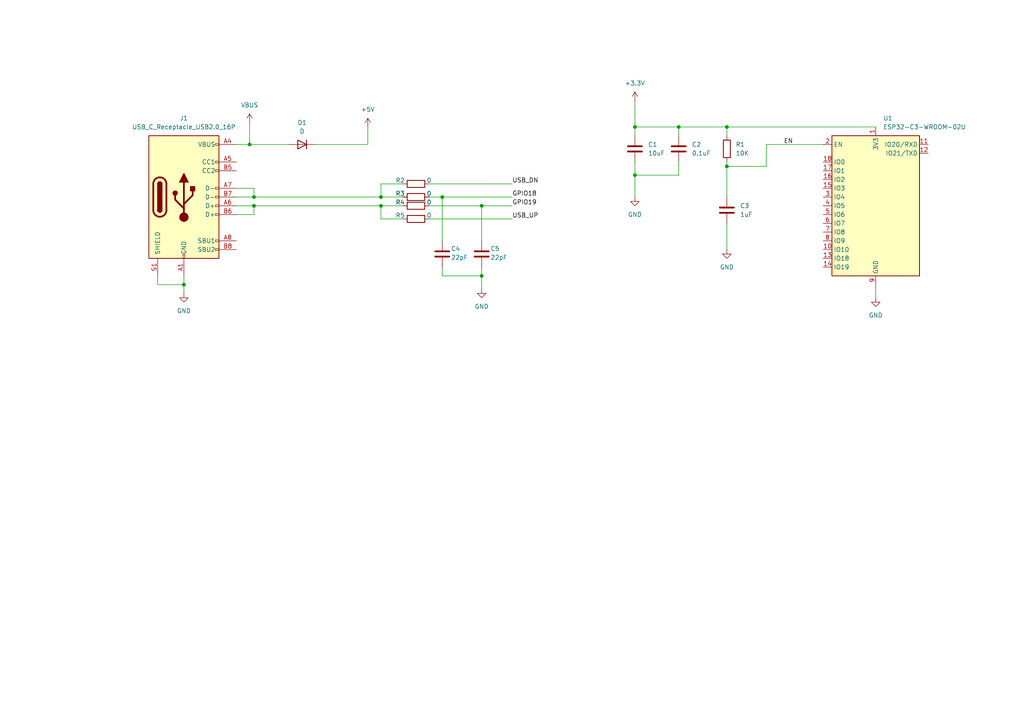
<source format=kicad_sch>
(kicad_sch (version 20250114) (generator "eeschema") (generator_version "9.0")
  (paper "A4")
  (lib_symbols
    (symbol "Connector:USB_C_Receptacle_USB2.0_16P" (pin_names (offset 1.016))
      (property "Reference" "J" (at 0 22.225 0))
      (property "Value" "USB_C_Receptacle_USB2.0_16P" (at 0 19.685 0))
      (symbol "USB_C_Receptacle_USB2.0_16P_0_0"
        (rectangle (start -0.254 -17.78) (end 0.254 -16.764))
        (rectangle (start 10.16 15.494) (end 9.144 14.986))
        (rectangle (start 10.16 10.414) (end 9.144 9.906))
        (rectangle (start 10.16 7.874) (end 9.144 7.366))
        (rectangle (start 10.16 2.794) (end 9.144 2.286))
        (rectangle (start 10.16 0.254) (end 9.144 -0.254))
        (rectangle (start 10.16 -2.286) (end 9.144 -2.794))
        (rectangle (start 10.16 -4.826) (end 9.144 -5.334))
        (rectangle (start 10.16 -12.446) (end 9.144 -12.954))
        (rectangle (start 10.16 -14.986) (end 9.144 -15.494))
      )
      (symbol "USB_C_Receptacle_USB2.0_16P_0_1"
        (rectangle (start -10.16 17.78) (end 10.16 -17.78) (stroke (width 0.254)) (fill (type background)))
        (polyline (pts (xy -8.89 -3.81) (xy -8.89 3.81)) (stroke (width 0.508)))
        (rectangle (start -7.62 -3.81) (end -6.35 3.81) (stroke (width 0.254)) (fill (type outline)))
        (arc (start -7.62 3.81) (mid -6.985 4.4423) (end -6.35 3.81) (stroke (width 0.254)))
        (arc (start -7.62 3.81) (mid -6.985 4.4423) (end -6.35 3.81) (stroke (width 0.254)) (fill (type outline)))
        (arc (start -8.89 3.81) (mid -6.985 5.7067) (end -5.08 3.81) (stroke (width 0.508)))
        (arc (start -5.08 -3.81) (mid -6.985 -5.7067) (end -8.89 -3.81) (stroke (width 0.508)))
        (arc (start -6.35 -3.81) (mid -6.985 -4.4423) (end -7.62 -3.81) (stroke (width 0.254)))
        (arc (start -6.35 -3.81) (mid -6.985 -4.4423) (end -7.62 -3.81) (stroke (width 0.254)) (fill (type outline)))
        (polyline (pts (xy -5.08 3.81) (xy -5.08 -3.81)) (stroke (width 0.508)))
        (circle (center -2.54 1.143) (radius 0.635) (stroke (width 0.254)) (fill (type outline)))
        (polyline (pts (xy -1.27 4.318) (xy 0 6.858) (xy 1.27 4.318) (xy -1.27 4.318)) (stroke (width 0.254)) (fill (type outline)))
        (polyline (pts (xy 0 -2.032) (xy 2.54 0.508) (xy 2.54 1.778)) (stroke (width 0.508)))
        (polyline (pts (xy 0 -3.302) (xy -2.54 -0.762) (xy -2.54 0.508)) (stroke (width 0.508)))
        (polyline (pts (xy 0 -5.842) (xy 0 4.318)) (stroke (width 0.508)))
        (circle (center 0 -5.842) (radius 1.27) (fill (type outline)))
        (rectangle (start 1.905 1.778) (end 3.175 3.048) (stroke (width 0.254)) (fill (type outline)))
      )
      (symbol "USB_C_Receptacle_USB2.0_16P_1_1"
        (pin passive line (at -7.62 -22.86 90) (length 5.08) (name "SHIELD") (number "S1"))
        (pin passive line (at 0 -22.86 90) (length 5.08) (name "GND") (number "A1"))
        (pin passive line (at 0 -22.86 90) (length 5.08) (hide yes) (name "GND") (number "A12"))
        (pin passive line (at 0 -22.86 90) (length 5.08) (hide yes) (name "GND") (number "B1"))
        (pin passive line (at 0 -22.86 90) (length 5.08) (hide yes) (name "GND") (number "B12"))
        (pin passive line (at 15.24 15.24 180) (length 5.08) (name "VBUS") (number "A4"))
        (pin passive line (at 15.24 15.24 180) (length 5.08) (hide yes) (name "VBUS") (number "A9"))
        (pin passive line (at 15.24 15.24 180) (length 5.08) (hide yes) (name "VBUS") (number "B4"))
        (pin passive line (at 15.24 15.24 180) (length 5.08) (hide yes) (name "VBUS") (number "B9"))
        (pin bidirectional line (at 15.24 10.16 180) (length 5.08) (name "CC1") (number "A5"))
        (pin bidirectional line (at 15.24 7.62 180) (length 5.08) (name "CC2") (number "B5"))
        (pin bidirectional line (at 15.24 2.54 180) (length 5.08) (name "D-") (number "A7"))
        (pin bidirectional line (at 15.24 0 180) (length 5.08) (name "D-") (number "B7"))
        (pin bidirectional line (at 15.24 -2.54 180) (length 5.08) (name "D+") (number "A6"))
        (pin bidirectional line (at 15.24 -5.08 180) (length 5.08) (name "D+") (number "B6"))
        (pin bidirectional line (at 15.24 -12.7 180) (length 5.08) (name "SBU1") (number "A8"))
        (pin bidirectional line (at 15.24 -15.24 180) (length 5.08) (name "SBU2") (number "B8"))
      )
    )
    (symbol "Device:C" (pin_numbers (hide yes)) (pin_names (offset 0.254))
      (property "Reference" "C" (at 0.635 2.54 0))
      (property "Value" "C" (at 0.635 -2.54 0))
      (symbol "C_0_1"
        (polyline (pts (xy -2.032 0.762) (xy 2.032 0.762)) (stroke (width 0.508)))
        (polyline (pts (xy -2.032 -0.762) (xy 2.032 -0.762)) (stroke (width 0.508)))
      )
      (symbol "C_1_1"
        (pin passive line (at 0 3.81 270) (length 2.794) (name "~") (number "1"))
        (pin passive line (at 0 -3.81 90) (length 2.794) (name "~") (number "2"))
      )
    )
    (symbol "Device:D" (pin_numbers (hide yes)) (pin_names (offset 1.016) (hide yes))
      (property "Reference" "D" (at 0 2.54 0))
      (property "Value" "D" (at 0 -2.54 0))
      (symbol "D_0_1"
        (polyline (pts (xy -1.27 1.27) (xy -1.27 -1.27)) (stroke (width 0.254)))
        (polyline (pts (xy 1.27 1.27) (xy 1.27 -1.27) (xy -1.27 0) (xy 1.27 1.27)) (stroke (width 0.254)))
        (polyline (pts (xy 1.27 0) (xy -1.27 0)))
      )
      (symbol "D_1_1"
        (pin passive line (at -3.81 0 0) (length 2.54) (name "K") (number "1"))
        (pin passive line (at 3.81 0 180) (length 2.54) (name "A") (number "2"))
      )
    )
    (symbol "Device:R" (pin_numbers (hide yes)) (pin_names (offset 0))
      (property "Reference" "R" (at 2.032 0 90))
      (property "Value" "R" (at 0 0 90))
      (symbol "R_0_1"
        (rectangle (start -1.016 -2.54) (end 1.016 2.54) (stroke (width 0.254)))
      )
      (symbol "R_1_1"
        (pin passive line (at 0 3.81 270) (length 1.27) (name "~") (number "1"))
        (pin passive line (at 0 -3.81 90) (length 1.27) (name "~") (number "2"))
      )
    )
    (symbol "RF_Module:ESP32-C3-WROOM-02U"
      (property "Reference" "U" (at -12.192 21.336 0))
      (property "Value" "ESP32-C3-WROOM-02U" (at 12.7 21.336 0))
      (symbol "ESP32-C3-WROOM-02U_1_1"
        (rectangle (start -12.7 20.32) (end 12.7 -20.32) (stroke (width 0.254)) (fill (type background)))
        (pin input line (at -15.24 17.78 0) (length 2.54) (name "EN") (number "2"))
        (pin bidirectional line (at -15.24 12.7 0) (length 2.54) (name "IO0") (number "18"))
        (pin bidirectional line (at -15.24 10.16 0) (length 2.54) (name "IO1") (number "17"))
        (pin bidirectional line (at -15.24 7.62 0) (length 2.54) (name "IO2") (number "16"))
        (pin bidirectional line (at -15.24 5.08 0) (length 2.54) (name "IO3") (number "15"))
        (pin bidirectional line (at -15.24 2.54 0) (length 2.54) (name "IO4") (number "3"))
        (pin bidirectional line (at -15.24 0 0) (length 2.54) (name "IO5") (number "4"))
        (pin bidirectional line (at -15.24 -2.54 0) (length 2.54) (name "IO6") (number "5"))
        (pin bidirectional line (at -15.24 -5.08 0) (length 2.54) (name "IO7") (number "6"))
        (pin bidirectional line (at -15.24 -7.62 0) (length 2.54) (name "IO8") (number "7"))
        (pin bidirectional line (at -15.24 -10.16 0) (length 2.54) (name "IO9") (number "8"))
        (pin bidirectional line (at -15.24 -12.7 0) (length 2.54) (name "IO10") (number "10"))
        (pin bidirectional line (at -15.24 -15.24 0) (length 2.54) (name "IO18") (number "13"))
        (pin bidirectional line (at -15.24 -17.78 0) (length 2.54) (name "IO19") (number "14"))
        (pin power_in line (at 0 22.86 270) (length 2.54) (name "3V3") (number "1"))
        (pin passive line (at 0 -22.86 90) (length 2.54) (hide yes) (name "GND") (number "19"))
        (pin power_in line (at 0 -22.86 90) (length 2.54) (name "GND") (number "9"))
        (pin bidirectional line (at 15.24 17.78 180) (length 2.54) (name "IO20/RXD") (number "11"))
        (pin bidirectional line (at 15.24 15.24 180) (length 2.54) (name "IO21/TXD") (number "12"))
      )
    )
    (symbol "power:+3.3V" (power) (pin_numbers (hide yes)) (pin_names (offset 0) (hide yes))
      (property "Value" "+3.3V" (at 0 3.556 0))
      (symbol "+3.3V_0_1"
        (polyline (pts (xy -0.762 1.27) (xy 0 2.54)))
        (polyline (pts (xy 0 2.54) (xy 0.762 1.27)))
        (polyline (pts (xy 0 0) (xy 0 2.54)))
      )
      (symbol "+3.3V_1_1"
        (pin power_in line (at 0 0 90) (length 0) (name "~") (number "1"))
      )
    )
    (symbol "power:+5V" (power) (pin_numbers (hide yes)) (pin_names (offset 0) (hide yes))
      (property "Value" "+5V" (at 0 3.556 0))
      (symbol "+5V_0_1"
        (polyline (pts (xy -0.762 1.27) (xy 0 2.54)))
        (polyline (pts (xy 0 2.54) (xy 0.762 1.27)))
        (polyline (pts (xy 0 0) (xy 0 2.54)))
      )
      (symbol "+5V_1_1"
        (pin power_in line (at 0 0 90) (length 0) (name "~") (number "1"))
      )
    )
    (symbol "power:GND" (power) (pin_numbers (hide yes)) (pin_names (offset 0) (hide yes))
      (property "Value" "GND" (at 0 -3.81 0))
      (symbol "GND_0_1"
        (polyline (pts (xy 0 0) (xy 0 -1.27) (xy 1.27 -1.27) (xy 0 -2.54) (xy -1.27 -1.27) (xy 0 -1.27)))
      )
      (symbol "GND_1_1"
        (pin power_in line (at 0 0 270) (length 0) (name "~") (number "1"))
      )
    )
    (symbol "power:VBUS" (power) (pin_numbers (hide yes)) (pin_names (offset 0) (hide yes))
      (property "Value" "VBUS" (at 0 3.556 0))
      (symbol "VBUS_0_1"
        (polyline (pts (xy -0.762 1.27) (xy 0 2.54)))
        (polyline (pts (xy 0 2.54) (xy 0.762 1.27)))
        (polyline (pts (xy 0 0) (xy 0 2.54)))
      )
      (symbol "VBUS_1_1"
        (pin power_in line (at 0 0 90) (length 0) (name "~") (number "1"))
      )
    )
  )
  (junction (at 128.27 57.15))
  (junction (at 139.7 80.01))
  (junction (at 210.82 36.83))
  (junction (at 72.39 41.91))
  (junction (at 196.85 36.83))
  (junction (at 53.34 82.55))
  (junction (at 184.15 50.8))
  (junction (at 110.49 59.69))
  (junction (at 110.49 57.15))
  (junction (at 73.66 57.15))
  (junction (at 73.66 59.69))
  (junction (at 139.7 59.69))
  (junction (at 184.15 36.83))
  (junction (at 210.82 48.26))
  (wire (pts (xy 210.82 48.26) (xy 210.82 57.15)))
  (wire (pts (xy 139.7 59.69) (xy 148.59 59.69)))
  (wire (pts (xy 68.58 41.91) (xy 72.39 41.91)))
  (wire (pts (xy 128.27 57.15) (xy 148.59 57.15)))
  (wire (pts (xy 254 82.55) (xy 254 86.36)))
  (wire (pts (xy 139.7 77.47) (xy 139.7 80.01)))
  (wire (pts (xy 45.72 82.55) (xy 45.72 80.01)))
  (wire (pts (xy 116.84 53.34) (xy 110.49 53.34)))
  (wire (pts (xy 68.58 62.23) (xy 73.66 62.23)))
  (wire (pts (xy 128.27 77.47) (xy 128.27 80.01)))
  (wire (pts (xy 45.72 82.55) (xy 53.34 82.55)))
  (wire (pts (xy 73.66 62.23) (xy 73.66 59.69)))
  (wire (pts (xy 128.27 80.01) (xy 139.7 80.01)))
  (wire (pts (xy 210.82 72.39) (xy 210.82 64.77)))
  (wire (pts (xy 110.49 57.15) (xy 116.84 57.15)))
  (wire (pts (xy 210.82 36.83) (xy 210.82 39.37)))
  (wire (pts (xy 73.66 59.69) (xy 110.49 59.69)))
  (wire (pts (xy 222.25 41.91) (xy 238.76 41.91)))
  (wire (pts (xy 184.15 50.8) (xy 184.15 57.15)))
  (wire (pts (xy 53.34 80.01) (xy 53.34 82.55)))
  (wire (pts (xy 222.25 48.26) (xy 210.82 48.26)))
  (wire (pts (xy 222.25 41.91) (xy 222.25 48.26)))
  (wire (pts (xy 72.39 35.56) (xy 72.39 41.91)))
  (wire (pts (xy 72.39 41.91) (xy 83.82 41.91)))
  (wire (pts (xy 91.44 41.91) (xy 106.68 41.91)))
  (wire (pts (xy 110.49 59.69) (xy 110.49 63.5)))
  (wire (pts (xy 124.46 59.69) (xy 139.7 59.69)))
  (wire (pts (xy 210.82 36.83) (xy 254 36.83)))
  (wire (pts (xy 184.15 29.21) (xy 184.15 36.83)))
  (wire (pts (xy 124.46 53.34) (xy 148.59 53.34)))
  (wire (pts (xy 184.15 39.37) (xy 184.15 36.83)))
  (wire (pts (xy 110.49 59.69) (xy 116.84 59.69)))
  (wire (pts (xy 73.66 57.15) (xy 110.49 57.15)))
  (wire (pts (xy 139.7 80.01) (xy 139.7 83.82)))
  (wire (pts (xy 196.85 39.37) (xy 196.85 36.83)))
  (wire (pts (xy 124.46 63.5) (xy 148.59 63.5)))
  (wire (pts (xy 68.58 57.15) (xy 73.66 57.15)))
  (wire (pts (xy 196.85 46.99) (xy 196.85 50.8)))
  (wire (pts (xy 68.58 54.61) (xy 73.66 54.61)))
  (wire (pts (xy 184.15 46.99) (xy 184.15 50.8)))
  (wire (pts (xy 128.27 57.15) (xy 128.27 69.85)))
  (wire (pts (xy 196.85 50.8) (xy 184.15 50.8)))
  (wire (pts (xy 73.66 54.61) (xy 73.66 57.15)))
  (wire (pts (xy 116.84 63.5) (xy 110.49 63.5)))
  (wire (pts (xy 53.34 82.55) (xy 53.34 85.09)))
  (wire (pts (xy 184.15 36.83) (xy 196.85 36.83)))
  (wire (pts (xy 68.58 59.69) (xy 73.66 59.69)))
  (wire (pts (xy 139.7 59.69) (xy 139.7 69.85)))
  (wire (pts (xy 210.82 48.26) (xy 210.82 46.99)))
  (wire (pts (xy 196.85 36.83) (xy 210.82 36.83)))
  (wire (pts (xy 110.49 53.34) (xy 110.49 57.15)))
  (wire (pts (xy 106.68 36.83) (xy 106.68 41.91)))
  (wire (pts (xy 124.46 57.15) (xy 128.27 57.15)))
  (label "GPIO18" (at 148.59 57.15 0))
  (label "EN" (at 227.33 41.91 0))
  (label "GPIO19" (at 148.59 59.69 0))
  (label "USB_DN" (at 148.59 53.34 0))
  (label "USB_UP" (at 148.59 63.5 0))
  (symbol (lib_id "Device:R") (at 120.65 63.5 90) (unit 1)
    (property "Reference" "R5" (at 116.078 62.484 90))
    (property "Value" "0" (at 124.46 62.484 90))
    (property "Description" "Resistor" (effects (hide yes)))
  )
  (symbol (lib_id "Device:R") (at 120.65 57.15 90) (unit 1)
    (property "Reference" "R3" (at 116.078 56.134 90))
    (property "Value" "0" (at 124.46 56.134 90))
    (property "Description" "Resistor" (effects (hide yes)))
  )
  (symbol (lib_id "Device:C") (at 139.7 73.66 0) (unit 1)
    (property "Reference" "C5" (at 142.24 72.136 0) (effects (justify left)))
    (property "Value" "22pF" (at 142.24 74.676 0) (effects (justify left)))
    (property "Description" "Unpolarized capacitor" (effects (hide yes)))
  )
  (symbol (lib_id "Device:C") (at 184.15 43.18 0) (unit 1)
    (property "Reference" "C1" (at 187.96 41.9099 0) (effects (justify left)))
    (property "Value" "10uF" (at 187.96 44.4499 0) (effects (justify left)))
    (property "Description" "Unpolarized capacitor" (effects (hide yes)))
  )
  (symbol (lib_id "RF_Module:ESP32-C3-WROOM-02U") (at 254 59.69 0) (unit 1)
    (property "Reference" "U1" (at 256.1433 34.29 0) (effects (justify left)))
    (property "Value" "ESP32-C3-WROOM-02U" (at 256.1433 36.83 0) (effects (justify left)))
    (property "Footprint" "RF_Module:ESP32-C3-WROOM-02U" (effects (hide yes)))
    (property "Datasheet" "https://www.espressif.com/sites/default/files/documentation/esp32-c3-wroom-02_datasheet_en.pdf" (effects (hide yes)))
    (property "Description" "802.11 b/g/n Wi­Fi and Bluetooth 5 module, ESP32­C3 SoC, RISC­V microprocessor, On-board antenna" (effects (hide yes)))
  )
  (symbol (lib_id "Device:R") (at 120.65 59.69 90) (unit 1)
    (property "Reference" "R4" (at 116.078 58.674 90))
    (property "Value" "0" (at 124.46 58.674 90))
    (property "Description" "Resistor" (effects (hide yes)))
  )
  (symbol (lib_id "power:+3.3V") (at 184.15 29.21 0) (unit 1)
    (property "Reference" "#PWR01" (effects (hide yes)))
    (property "Value" "+3.3V" (at 184.15 24.13 0))
    (property "Description" "Power symbol creates a global label with name \"+3.3V\"" (effects (hide yes)))
  )
  (symbol (lib_id "power:VBUS") (at 72.39 35.56 0) (unit 1)
    (property "Reference" "#PWR06" (effects (hide yes)))
    (property "Value" "VBUS" (at 72.39 30.48 0))
    (property "Description" "Power symbol creates a global label with name \"VBUS\"" (effects (hide yes)))
  )
  (symbol (lib_id "Device:C") (at 196.85 43.18 0) (unit 1)
    (property "Reference" "C2" (at 200.66 41.9099 0) (effects (justify left)))
    (property "Value" "0.1uF" (at 200.66 44.4499 0) (effects (justify left)))
    (property "Description" "Unpolarized capacitor" (effects (hide yes)))
  )
  (symbol (lib_id "power:GND") (at 210.82 72.39 0) (unit 1)
    (property "Reference" "#PWR03" (effects (hide yes)))
    (property "Value" "GND" (at 210.82 77.47 0))
    (property "Description" "Power symbol creates a global label with name \"GND\" , ground" (effects (hide yes)))
  )
  (symbol (lib_id "power:+5V") (at 106.68 36.83 0) (unit 1)
    (property "Reference" "#PWR07" (effects (hide yes)))
    (property "Value" "+5V" (at 106.68 31.75 0))
    (property "Description" "Power symbol creates a global label with name \"+5V\"" (effects (hide yes)))
  )
  (symbol (lib_id "Device:R") (at 210.82 43.18 0) (unit 1)
    (property "Reference" "R1" (at 213.36 41.9099 0) (effects (justify left)))
    (property "Value" "10K" (at 213.36 44.4499 0) (effects (justify left)))
    (property "Description" "Resistor" (effects (hide yes)))
  )
  (symbol (lib_id "Device:C") (at 128.27 73.66 0) (unit 1)
    (property "Reference" "C4" (at 130.81 72.136 0) (effects (justify left)))
    (property "Value" "22pF" (at 130.81 74.676 0) (effects (justify left)))
    (property "Description" "Unpolarized capacitor" (effects (hide yes)))
  )
  (symbol (lib_id "Device:R") (at 120.65 53.34 90) (unit 1)
    (property "Reference" "R2" (at 116.078 52.324 90))
    (property "Value" "0" (at 124.46 52.324 90))
    (property "Description" "Resistor" (effects (hide yes)))
  )
  (symbol (lib_id "Connector:USB_C_Receptacle_USB2.0_16P") (at 53.34 57.15 0) (unit 1)
    (property "Reference" "J1" (at 53.34 34.29 0))
    (property "Value" "USB_C_Receptacle_USB2.0_16P" (at 53.34 36.83 0))
    (property "Datasheet" "https://www.usb.org/sites/default/files/documents/usb_type-c.zip" (effects (hide yes)))
    (property "Description" "USB 2.0-only 16P Type-C Receptacle connector" (effects (hide yes)))
  )
  (symbol (lib_id "Device:C") (at 210.82 60.96 0) (unit 1)
    (property "Reference" "C3" (at 214.63 59.6899 0) (effects (justify left)))
    (property "Value" "1uF" (at 214.63 62.2299 0) (effects (justify left)))
    (property "Description" "Unpolarized capacitor" (effects (hide yes)))
  )
  (symbol (lib_id "power:GND") (at 53.34 85.09 0) (unit 1)
    (property "Reference" "#PWR05" (effects (hide yes)))
    (property "Value" "GND" (at 53.34 90.17 0))
    (property "Description" "Power symbol creates a global label with name \"GND\" , ground" (effects (hide yes)))
  )
  (symbol (lib_id "Device:D") (at 87.63 41.91 180) (unit 1)
    (property "Reference" "D1" (at 87.63 35.56 0))
    (property "Value" "D" (at 87.63 38.1 0))
    (property "Description" "Diode" (effects (hide yes)))
    (property "Sim.Device" "D" (effects (hide yes)))
    (property "Sim.Pins" "1=K 2=A" (effects (hide yes)))
  )
  (symbol (lib_id "power:GND") (at 254 86.36 0) (unit 1)
    (property "Reference" "#PWR04" (effects (hide yes)))
    (property "Value" "GND" (at 254 91.44 0))
    (property "Description" "Power symbol creates a global label with name \"GND\" , ground" (effects (hide yes)))
  )
  (symbol (lib_id "power:GND") (at 184.15 57.15 0) (unit 1)
    (property "Reference" "#PWR02" (effects (hide yes)))
    (property "Value" "GND" (at 184.15 62.23 0))
    (property "Description" "Power symbol creates a global label with name \"GND\" , ground" (effects (hide yes)))
  )
  (symbol (lib_id "power:GND") (at 139.7 83.82 0) (unit 1)
    (property "Reference" "#PWR08" (effects (hide yes)))
    (property "Value" "GND" (at 139.7 88.9 0))
    (property "Description" "Power symbol creates a global label with name \"GND\" , ground" (effects (hide yes)))
  )
)
</source>
